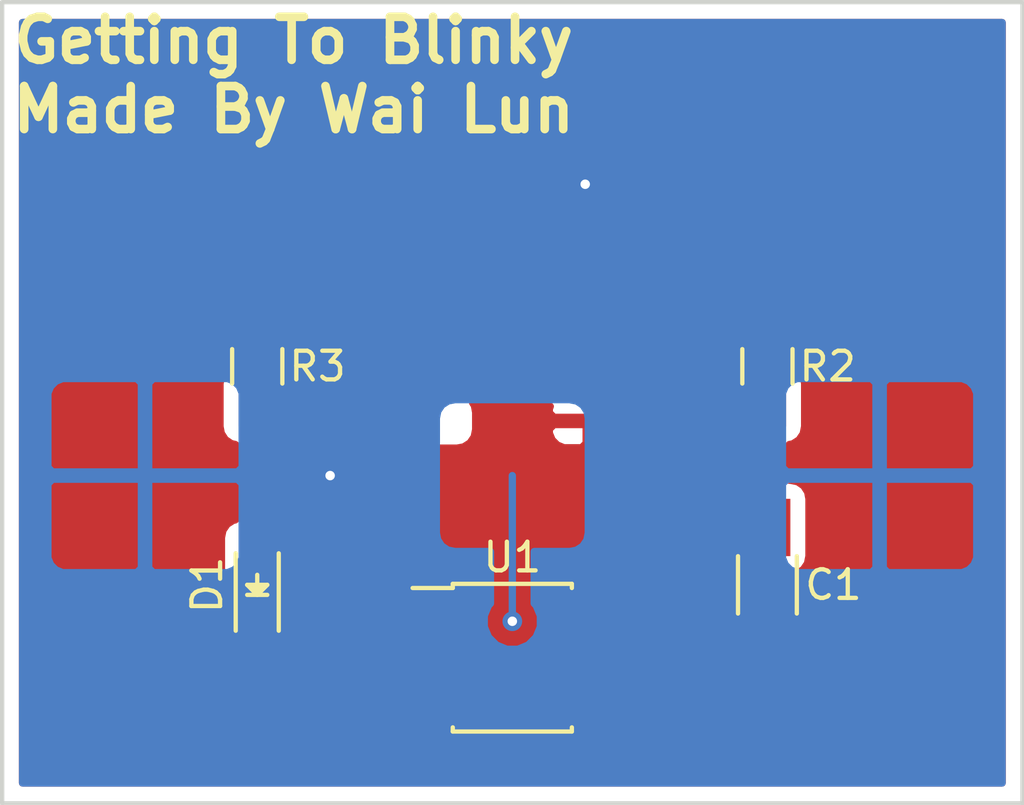
<source format=kicad_pcb>
(kicad_pcb (version 20171130) (host pcbnew "(5.1.5-0-10_14)")

  (general
    (thickness 1.6)
    (drawings 5)
    (tracks 25)
    (zones 0)
    (modules 5)
    (nets 7)
  )

  (page A4)
  (layers
    (0 F.Cu signal hide)
    (31 B.Cu signal hide)
    (32 B.Adhes user)
    (33 F.Adhes user)
    (34 B.Paste user)
    (35 F.Paste user)
    (36 B.SilkS user)
    (37 F.SilkS user)
    (38 B.Mask user)
    (39 F.Mask user)
    (40 Dwgs.User user)
    (41 Cmts.User user)
    (42 Eco1.User user)
    (43 Eco2.User user)
    (44 Edge.Cuts user)
    (45 Margin user)
    (46 B.CrtYd user)
    (47 F.CrtYd user)
    (48 B.Fab user)
    (49 F.Fab user)
  )

  (setup
    (last_trace_width 0.254)
    (trace_clearance 0.254)
    (zone_clearance 0.508)
    (zone_45_only no)
    (trace_min 0.1524)
    (via_size 0.6858)
    (via_drill 0.3302)
    (via_min_size 0.6858)
    (via_min_drill 0.3302)
    (uvia_size 0.3)
    (uvia_drill 0.1)
    (uvias_allowed no)
    (uvia_min_size 0.2)
    (uvia_min_drill 0.1)
    (edge_width 0.15)
    (segment_width 0.2)
    (pcb_text_width 0.3)
    (pcb_text_size 1.5 1.5)
    (mod_edge_width 0.15)
    (mod_text_size 1 1)
    (mod_text_width 0.15)
    (pad_size 1.524 1.524)
    (pad_drill 0.762)
    (pad_to_mask_clearance 0.2)
    (aux_axis_origin 0 0)
    (visible_elements FFFFFF7F)
    (pcbplotparams
      (layerselection 0x010f0_80000001)
      (usegerberextensions false)
      (usegerberattributes false)
      (usegerberadvancedattributes false)
      (creategerberjobfile false)
      (excludeedgelayer true)
      (linewidth 0.100000)
      (plotframeref false)
      (viasonmask false)
      (mode 1)
      (useauxorigin false)
      (hpglpennumber 1)
      (hpglpenspeed 20)
      (hpglpendiameter 15.000000)
      (psnegative false)
      (psa4output false)
      (plotreference true)
      (plotvalue false)
      (plotinvisibletext false)
      (padsonsilk false)
      (subtractmaskfromsilk true)
      (outputformat 1)
      (mirror false)
      (drillshape 0)
      (scaleselection 1)
      (outputdirectory "GERBERS/"))
  )

  (net 0 "")
  (net 1 "Net-(C1-Pad1)")
  (net 2 GND)
  (net 3 "Net-(D1-Pad2)")
  (net 4 /VDD)
  (net 5 "Net-(R1-Pad2)")
  (net 6 "Net-(R3-Pad1)")

  (net_class Default "This is the default net class."
    (clearance 0.254)
    (trace_width 0.254)
    (via_dia 0.6858)
    (via_drill 0.3302)
    (uvia_dia 0.3)
    (uvia_drill 0.1)
    (add_net /VDD)
    (add_net GND)
    (add_net "Net-(C1-Pad1)")
    (add_net "Net-(D1-Pad2)")
    (add_net "Net-(R1-Pad2)")
    (add_net "Net-(R3-Pad1)")
  )

  (module Capacitors_SMD:C_1206_HandSoldering (layer F.Cu) (tedit 57673C2A) (tstamp 57671AFF)
    (at 148.59 106.68 270)
    (descr "Capacitor SMD 1206, hand soldering")
    (tags "capacitor 1206")
    (path /576712EE)
    (attr smd)
    (fp_text reference C1 (at 0 -2.3) (layer F.SilkS)
      (effects (font (size 1 1) (thickness 0.15)))
    )
    (fp_text value 1uF (at 0 2.3 270) (layer F.Fab)
      (effects (font (size 1 1) (thickness 0.15)))
    )
    (fp_line (start -3.3 -1.15) (end 3.3 -1.15) (layer F.CrtYd) (width 0.05))
    (fp_line (start -3.3 1.15) (end 3.3 1.15) (layer F.CrtYd) (width 0.05))
    (fp_line (start -3.3 -1.15) (end -3.3 1.15) (layer F.CrtYd) (width 0.05))
    (fp_line (start 3.3 -1.15) (end 3.3 1.15) (layer F.CrtYd) (width 0.05))
    (fp_line (start 1 -1.025) (end -1 -1.025) (layer F.SilkS) (width 0.15))
    (fp_line (start -1 1.025) (end 1 1.025) (layer F.SilkS) (width 0.15))
    (pad 1 smd rect (at -2 0 270) (size 2 1.6) (layers F.Cu F.Paste F.Mask)
      (net 1 "Net-(C1-Pad1)"))
    (pad 2 smd rect (at 2 0 270) (size 2 1.6) (layers F.Cu F.Paste F.Mask)
      (net 2 GND))
    (model Capacitors_SMD.3dshapes/C_1206_HandSoldering.wrl
      (at (xyz 0 0 0))
      (scale (xyz 1 1 1))
      (rotate (xyz 0 0 0))
    )
  )

  (module LEDs:LED-0805 (layer F.Cu) (tedit 55BDE1C2) (tstamp 57671B05)
    (at 130.81 106.68 90)
    (descr "LED 0805 smd package")
    (tags "LED 0805 SMD")
    (path /5767138D)
    (attr smd)
    (fp_text reference D1 (at 0 -1.75 90) (layer F.SilkS)
      (effects (font (size 1 1) (thickness 0.15)))
    )
    (fp_text value LED (at 0 1.75 90) (layer F.Fab)
      (effects (font (size 1 1) (thickness 0.15)))
    )
    (fp_line (start -1.6 0.75) (end 1.1 0.75) (layer F.SilkS) (width 0.15))
    (fp_line (start -1.6 -0.75) (end 1.1 -0.75) (layer F.SilkS) (width 0.15))
    (fp_line (start -0.1 0.15) (end -0.1 -0.1) (layer F.SilkS) (width 0.15))
    (fp_line (start -0.1 -0.1) (end -0.25 0.05) (layer F.SilkS) (width 0.15))
    (fp_line (start -0.35 -0.35) (end -0.35 0.35) (layer F.SilkS) (width 0.15))
    (fp_line (start 0 0) (end 0.35 0) (layer F.SilkS) (width 0.15))
    (fp_line (start -0.35 0) (end 0 -0.35) (layer F.SilkS) (width 0.15))
    (fp_line (start 0 -0.35) (end 0 0.35) (layer F.SilkS) (width 0.15))
    (fp_line (start 0 0.35) (end -0.35 0) (layer F.SilkS) (width 0.15))
    (fp_line (start 1.9 -0.95) (end 1.9 0.95) (layer F.CrtYd) (width 0.05))
    (fp_line (start 1.9 0.95) (end -1.9 0.95) (layer F.CrtYd) (width 0.05))
    (fp_line (start -1.9 0.95) (end -1.9 -0.95) (layer F.CrtYd) (width 0.05))
    (fp_line (start -1.9 -0.95) (end 1.9 -0.95) (layer F.CrtYd) (width 0.05))
    (pad 2 smd rect (at 1.04902 0 270) (size 1.19888 1.19888) (layers F.Cu F.Paste F.Mask)
      (net 3 "Net-(D1-Pad2)"))
    (pad 1 smd rect (at -1.04902 0 270) (size 1.19888 1.19888) (layers F.Cu F.Paste F.Mask)
      (net 2 GND))
    (model LEDs.3dshapes/LED-0805.wrl
      (at (xyz 0 0 0))
      (scale (xyz 1 1 1))
      (rotate (xyz 0 0 0))
    )
  )

  (module Resistors_SMD:R_0805_HandSoldering (layer F.Cu) (tedit 57673C31) (tstamp 57671B11)
    (at 148.59 99.06 270)
    (descr "Resistor SMD 0805, hand soldering")
    (tags "resistor 0805")
    (path /576712C9)
    (attr smd)
    (fp_text reference R2 (at 0 -2.1) (layer F.SilkS)
      (effects (font (size 1 1) (thickness 0.15)))
    )
    (fp_text value 470K (at 0 2.1 270) (layer F.Fab)
      (effects (font (size 1 1) (thickness 0.15)))
    )
    (fp_line (start -2.4 -1) (end 2.4 -1) (layer F.CrtYd) (width 0.05))
    (fp_line (start -2.4 1) (end 2.4 1) (layer F.CrtYd) (width 0.05))
    (fp_line (start -2.4 -1) (end -2.4 1) (layer F.CrtYd) (width 0.05))
    (fp_line (start 2.4 -1) (end 2.4 1) (layer F.CrtYd) (width 0.05))
    (fp_line (start 0.6 0.875) (end -0.6 0.875) (layer F.SilkS) (width 0.15))
    (fp_line (start -0.6 -0.875) (end 0.6 -0.875) (layer F.SilkS) (width 0.15))
    (pad 1 smd rect (at -1.35 0 270) (size 1.5 1.3) (layers F.Cu F.Paste F.Mask)
      (net 5 "Net-(R1-Pad2)"))
    (pad 2 smd rect (at 1.35 0 270) (size 1.5 1.3) (layers F.Cu F.Paste F.Mask)
      (net 1 "Net-(C1-Pad1)"))
    (model Resistors_SMD.3dshapes/R_0805_HandSoldering.wrl
      (at (xyz 0 0 0))
      (scale (xyz 1 1 1))
      (rotate (xyz 0 0 0))
    )
  )

  (module Resistors_SMD:R_0805_HandSoldering (layer F.Cu) (tedit 57673C08) (tstamp 57671B17)
    (at 130.81 99.06 270)
    (descr "Resistor SMD 0805, hand soldering")
    (tags "resistor 0805")
    (path /5767133E)
    (attr smd)
    (fp_text reference R3 (at 0 -2.1) (layer F.SilkS)
      (effects (font (size 1 1) (thickness 0.15)))
    )
    (fp_text value 1K (at 0 2.1 270) (layer F.Fab)
      (effects (font (size 1 1) (thickness 0.15)))
    )
    (fp_line (start -2.4 -1) (end 2.4 -1) (layer F.CrtYd) (width 0.05))
    (fp_line (start -2.4 1) (end 2.4 1) (layer F.CrtYd) (width 0.05))
    (fp_line (start -2.4 -1) (end -2.4 1) (layer F.CrtYd) (width 0.05))
    (fp_line (start 2.4 -1) (end 2.4 1) (layer F.CrtYd) (width 0.05))
    (fp_line (start 0.6 0.875) (end -0.6 0.875) (layer F.SilkS) (width 0.15))
    (fp_line (start -0.6 -0.875) (end 0.6 -0.875) (layer F.SilkS) (width 0.15))
    (pad 1 smd rect (at -1.35 0 270) (size 1.5 1.3) (layers F.Cu F.Paste F.Mask)
      (net 6 "Net-(R3-Pad1)"))
    (pad 2 smd rect (at 1.35 0 270) (size 1.5 1.3) (layers F.Cu F.Paste F.Mask)
      (net 3 "Net-(D1-Pad2)"))
    (model Resistors_SMD.3dshapes/R_0805_HandSoldering.wrl
      (at (xyz 0 0 0))
      (scale (xyz 1 1 1))
      (rotate (xyz 0 0 0))
    )
  )

  (module Housings_SOIC:SOIC-8_3.9x4.9mm_Pitch1.27mm (layer F.Cu) (tedit 54130A77) (tstamp 57671B23)
    (at 139.7 109.22)
    (descr "8-Lead Plastic Small Outline (SN) - Narrow, 3.90 mm Body [SOIC] (see Microchip Packaging Specification 00000049BS.pdf)")
    (tags "SOIC 1.27")
    (path /576711A7)
    (attr smd)
    (fp_text reference U1 (at 0 -3.5) (layer F.SilkS)
      (effects (font (size 1 1) (thickness 0.15)))
    )
    (fp_text value 7555 (at 0 3.5) (layer F.Fab)
      (effects (font (size 1 1) (thickness 0.15)))
    )
    (fp_line (start -3.75 -2.75) (end -3.75 2.75) (layer F.CrtYd) (width 0.05))
    (fp_line (start 3.75 -2.75) (end 3.75 2.75) (layer F.CrtYd) (width 0.05))
    (fp_line (start -3.75 -2.75) (end 3.75 -2.75) (layer F.CrtYd) (width 0.05))
    (fp_line (start -3.75 2.75) (end 3.75 2.75) (layer F.CrtYd) (width 0.05))
    (fp_line (start -2.075 -2.575) (end -2.075 -2.43) (layer F.SilkS) (width 0.15))
    (fp_line (start 2.075 -2.575) (end 2.075 -2.43) (layer F.SilkS) (width 0.15))
    (fp_line (start 2.075 2.575) (end 2.075 2.43) (layer F.SilkS) (width 0.15))
    (fp_line (start -2.075 2.575) (end -2.075 2.43) (layer F.SilkS) (width 0.15))
    (fp_line (start -2.075 -2.575) (end 2.075 -2.575) (layer F.SilkS) (width 0.15))
    (fp_line (start -2.075 2.575) (end 2.075 2.575) (layer F.SilkS) (width 0.15))
    (fp_line (start -2.075 -2.43) (end -3.475 -2.43) (layer F.SilkS) (width 0.15))
    (pad 1 smd rect (at -2.7 -1.905) (size 1.55 0.6) (layers F.Cu F.Paste F.Mask)
      (net 2 GND))
    (pad 2 smd rect (at -2.7 -0.635) (size 1.55 0.6) (layers F.Cu F.Paste F.Mask)
      (net 1 "Net-(C1-Pad1)"))
    (pad 3 smd rect (at -2.7 0.635) (size 1.55 0.6) (layers F.Cu F.Paste F.Mask)
      (net 6 "Net-(R3-Pad1)"))
    (pad 4 smd rect (at -2.7 1.905) (size 1.55 0.6) (layers F.Cu F.Paste F.Mask)
      (net 4 /VDD))
    (pad 5 smd rect (at 2.7 1.905) (size 1.55 0.6) (layers F.Cu F.Paste F.Mask)
      (net 2 GND))
    (pad 6 smd rect (at 2.7 0.635) (size 1.55 0.6) (layers F.Cu F.Paste F.Mask)
      (net 1 "Net-(C1-Pad1)"))
    (pad 7 smd rect (at 2.7 -0.635) (size 1.55 0.6) (layers F.Cu F.Paste F.Mask)
      (net 5 "Net-(R1-Pad2)"))
    (pad 8 smd rect (at 2.7 -1.905) (size 1.55 0.6) (layers F.Cu F.Paste F.Mask)
      (net 4 /VDD))
    (model Housings_SOIC.3dshapes/SOIC-8_3.9x4.9mm_Pitch1.27mm.wrl
      (at (xyz 0 0 0))
      (scale (xyz 1 1 1))
      (rotate (xyz 0 0 0))
    )
  )

  (gr_text "Getting To Blinky\nMade By Wai Lun" (at 132.08 88.9) (layer F.SilkS)
    (effects (font (size 1.5 1.5) (thickness 0.3)))
  )
  (gr_line (start 157.48 114.3) (end 121.92 114.3) (angle 90) (layer Edge.Cuts) (width 0.15))
  (gr_line (start 157.48 86.36) (end 157.48 114.3) (angle 90) (layer Edge.Cuts) (width 0.15))
  (gr_line (start 121.92 86.36) (end 157.48 86.36) (angle 90) (layer Edge.Cuts) (width 0.15))
  (gr_line (start 121.92 114.3) (end 121.92 86.36) (angle 90) (layer Edge.Cuts) (width 0.15))

  (segment (start 137 98.425) (end 139.065 98.425) (width 0.254) (layer F.Cu) (net 1))
  (segment (start 139.065 98.425) (end 140.335 99.695) (width 0.254) (layer F.Cu) (net 1) (tstamp 57673B13))
  (segment (start 148.59 100.41) (end 147.4 100.41) (width 0.254) (layer F.Cu) (net 1))
  (segment (start 146.685 99.695) (end 142.4 99.695) (width 0.254) (layer F.Cu) (net 1) (tstamp 57673B3B))
  (segment (start 147.4 100.41) (end 146.685 99.695) (width 0.254) (layer F.Cu) (net 1) (tstamp 57673B34))
  (segment (start 140.335 99.695) (end 142.4 99.695) (width 0.254) (layer F.Cu) (net 1) (tstamp 57673B17))
  (segment (start 148.59 100.41) (end 148.59 104.68) (width 0.254) (layer F.Cu) (net 1))
  (segment (start 139.7 102.87) (end 139.7 107.95) (width 0.254) (layer B.Cu) (net 2))
  (via (at 139.7 107.95) (size 0.6858) (drill 0.3302) (layers F.Cu B.Cu) (net 2))
  (segment (start 130.81 100.41) (end 130.81 105.63098) (width 0.254) (layer F.Cu) (net 3))
  (segment (start 142.4 97.155) (end 142.4 92.87) (width 0.254) (layer F.Cu) (net 4))
  (via (at 142.24 92.71) (size 0.6858) (drill 0.3302) (layers F.Cu B.Cu) (net 4))
  (segment (start 142.4 92.87) (end 142.24 92.71) (width 0.254) (layer F.Cu) (net 4) (tstamp 57673A91))
  (segment (start 142.4 97.155) (end 142.4 96.36) (width 0.254) (layer F.Cu) (net 4))
  (segment (start 147.4 91.36) (end 148.59 91.36) (width 0.254) (layer F.Cu) (net 4) (tstamp 576738F0))
  (segment (start 142.4 96.36) (end 147.4 91.36) (width 0.254) (layer F.Cu) (net 4) (tstamp 576738EE))
  (segment (start 137 100.965) (end 136.525 100.965) (width 0.254) (layer F.Cu) (net 4))
  (segment (start 136.525 100.965) (end 133.35 102.87) (width 0.254) (layer F.Cu) (net 4) (tstamp 57673AE7))
  (via (at 133.35 102.87) (size 0.6858) (drill 0.3302) (layers F.Cu B.Cu) (net 4))
  (segment (start 142.4 98.425) (end 147.875 98.425) (width 0.254) (layer F.Cu) (net 5))
  (segment (start 147.875 98.425) (end 148.59 97.71) (width 0.254) (layer F.Cu) (net 5) (tstamp 576738F6))
  (segment (start 148.59 94.06) (end 148.59 97.71) (width 0.254) (layer F.Cu) (net 5))
  (segment (start 137 99.695) (end 135.255 99.695) (width 0.254) (layer F.Cu) (net 6))
  (segment (start 133.27 97.71) (end 130.81 97.71) (width 0.254) (layer F.Cu) (net 6) (tstamp 5767390D))
  (segment (start 135.255 99.695) (end 133.27 97.71) (width 0.254) (layer F.Cu) (net 6) (tstamp 5767390B))

  (zone (net 2) (net_name GND) (layer F.Cu) (tstamp 5767393A) (hatch edge 0.508)
    (connect_pads (clearance 0.508))
    (min_thickness 0.254)
    (fill yes (arc_segments 16) (thermal_gap 0.508) (thermal_bridge_width 0.508))
    (polygon
      (pts
        (xy 157.48 114.3) (xy 121.92 114.3) (xy 121.92 86.36) (xy 157.48 86.36) (xy 157.48 114.3)
      )
    )
    (filled_polygon
      (pts
        (xy 156.77 113.59) (xy 122.63 113.59) (xy 122.63 108.96575) (xy 147.155 108.96575) (xy 147.155 109.806309)
        (xy 147.251673 110.039698) (xy 147.430301 110.218327) (xy 147.66369 110.315) (xy 148.30425 110.315) (xy 148.463 110.15625)
        (xy 148.463 108.807) (xy 148.717 108.807) (xy 148.717 110.15625) (xy 148.87575 110.315) (xy 149.51631 110.315)
        (xy 149.749699 110.218327) (xy 149.928327 110.039698) (xy 150.025 109.806309) (xy 150.025 108.96575) (xy 149.86625 108.807)
        (xy 148.717 108.807) (xy 148.463 108.807) (xy 147.31375 108.807) (xy 147.155 108.96575) (xy 122.63 108.96575)
        (xy 122.63 108.01477) (xy 129.57556 108.01477) (xy 129.57556 108.454769) (xy 129.672233 108.688158) (xy 129.850861 108.866787)
        (xy 130.08425 108.96346) (xy 130.52425 108.96346) (xy 130.683 108.80471) (xy 130.683 107.85602) (xy 130.937 107.85602)
        (xy 130.937 108.80471) (xy 131.09575 108.96346) (xy 131.53575 108.96346) (xy 131.769139 108.866787) (xy 131.947767 108.688158)
        (xy 132.04444 108.454769) (xy 132.04444 108.01477) (xy 131.88569 107.85602) (xy 130.937 107.85602) (xy 130.683 107.85602)
        (xy 129.73431 107.85602) (xy 129.57556 108.01477) (xy 122.63 108.01477) (xy 122.63 96.96) (xy 129.51256 96.96)
        (xy 129.51256 98.46) (xy 129.556838 98.695317) (xy 129.69591 98.911441) (xy 129.90811 99.056431) (xy 129.921197 99.059081)
        (xy 129.708559 99.19591) (xy 129.563569 99.40811) (xy 129.51256 99.66) (xy 129.51256 101.16) (xy 129.556838 101.395317)
        (xy 129.69591 101.611441) (xy 129.90811 101.756431) (xy 130.048 101.784759) (xy 130.048 104.414688) (xy 129.975243 104.428378)
        (xy 129.759119 104.56745) (xy 129.614129 104.77965) (xy 129.56312 105.03154) (xy 129.56312 106.23042) (xy 129.607398 106.465737)
        (xy 129.74647 106.681861) (xy 129.754659 106.687456) (xy 129.672233 106.769882) (xy 129.57556 107.003271) (xy 129.57556 107.44327)
        (xy 129.73431 107.60202) (xy 130.683 107.60202) (xy 130.683 107.58202) (xy 130.937 107.58202) (xy 130.937 107.60202)
        (xy 131.88569 107.60202) (xy 131.934019 107.553691) (xy 147.155 107.553691) (xy 147.155 108.39425) (xy 147.31375 108.553)
        (xy 148.463 108.553) (xy 148.463 107.20375) (xy 148.717 107.20375) (xy 148.717 108.553) (xy 149.86625 108.553)
        (xy 150.025 108.39425) (xy 150.025 107.553691) (xy 149.928327 107.320302) (xy 149.749699 107.141673) (xy 149.51631 107.045)
        (xy 148.87575 107.045) (xy 148.717 107.20375) (xy 148.463 107.20375) (xy 148.30425 107.045) (xy 147.66369 107.045)
        (xy 147.430301 107.141673) (xy 147.251673 107.320302) (xy 147.155 107.553691) (xy 131.934019 107.553691) (xy 132.04444 107.44327)
        (xy 132.04444 107.003271) (xy 131.947767 106.769882) (xy 131.865555 106.687669) (xy 132.005871 106.48231) (xy 132.05688 106.23042)
        (xy 132.05688 105.03154) (xy 132.012602 104.796223) (xy 131.87353 104.580099) (xy 131.66133 104.435109) (xy 131.572 104.417019)
        (xy 131.572 101.786366) (xy 131.695317 101.763162) (xy 131.911441 101.62409) (xy 132.056431 101.41189) (xy 132.10744 101.16)
        (xy 132.10744 99.66) (xy 132.063162 99.424683) (xy 131.92409 99.208559) (xy 131.71189 99.063569) (xy 131.698803 99.060919)
        (xy 131.911441 98.92409) (xy 132.056431 98.71189) (xy 132.10501 98.472) (xy 132.95437 98.472) (xy 134.716185 100.233815)
        (xy 134.963395 100.398996) (xy 135.255 100.457) (xy 135.619681 100.457) (xy 135.58221 100.642037) (xy 133.498556 101.892229)
        (xy 133.156337 101.891931) (xy 132.796788 102.040493) (xy 132.52146 102.315341) (xy 132.37227 102.67463) (xy 132.371931 103.063663)
        (xy 132.520493 103.423212) (xy 132.795341 103.69854) (xy 133.15463 103.84773) (xy 133.543663 103.848069) (xy 133.903212 103.699507)
        (xy 134.17854 103.424659) (xy 134.268762 103.20738) (xy 136.426995 101.91244) (xy 137.775 101.91244) (xy 138.010317 101.868162)
        (xy 138.226441 101.72909) (xy 138.371431 101.51689) (xy 138.42244 101.265) (xy 138.42244 101.25075) (xy 140.99 101.25075)
        (xy 140.99 101.39131) (xy 141.086673 101.624699) (xy 141.265302 101.803327) (xy 141.498691 101.9) (xy 142.11425 101.9)
        (xy 142.273 101.74125) (xy 142.273 101.092) (xy 142.527 101.092) (xy 142.527 101.74125) (xy 142.68575 101.9)
        (xy 143.301309 101.9) (xy 143.534698 101.803327) (xy 143.713327 101.624699) (xy 143.81 101.39131) (xy 143.81 101.25075)
        (xy 143.65125 101.092) (xy 142.527 101.092) (xy 142.273 101.092) (xy 141.14875 101.092) (xy 140.99 101.25075)
        (xy 138.42244 101.25075) (xy 138.42244 100.665) (xy 138.378162 100.429683) (xy 138.314322 100.330472) (xy 138.371431 100.24689)
        (xy 138.42244 99.995) (xy 138.42244 99.395) (xy 138.383302 99.187) (xy 138.74937 99.187) (xy 139.796184 100.233815)
        (xy 139.97418 100.352748) (xy 140.043395 100.398996) (xy 140.335 100.457) (xy 141.023837 100.457) (xy 140.99 100.53869)
        (xy 140.99 100.67925) (xy 141.14875 100.838) (xy 142.273 100.838) (xy 142.273 100.818) (xy 142.527 100.818)
        (xy 142.527 100.838) (xy 143.65125 100.838) (xy 143.81 100.67925) (xy 143.81 100.53869) (xy 143.776163 100.457)
        (xy 146.36937 100.457) (xy 146.861185 100.948816) (xy 147.009377 101.047834) (xy 147.108395 101.113996) (xy 147.29256 101.150629)
        (xy 147.29256 101.16) (xy 147.336838 101.395317) (xy 147.47591 101.611441) (xy 147.68811 101.756431) (xy 147.828 101.784759)
        (xy 147.828 103.03256) (xy 147.79 103.03256) (xy 147.554683 103.076838) (xy 147.338559 103.21591) (xy 147.193569 103.42811)
        (xy 147.14256 103.68) (xy 147.14256 105.68) (xy 147.186838 105.915317) (xy 147.32591 106.131441) (xy 147.53811 106.276431)
        (xy 147.79 106.32744) (xy 149.39 106.32744) (xy 149.625317 106.283162) (xy 149.841441 106.14409) (xy 149.986431 105.93189)
        (xy 150.03744 105.68) (xy 150.03744 103.68) (xy 149.993162 103.444683) (xy 149.85409 103.228559) (xy 149.64189 103.083569)
        (xy 149.39 103.03256) (xy 149.352 103.03256) (xy 149.352 101.786366) (xy 149.475317 101.763162) (xy 149.691441 101.62409)
        (xy 149.836431 101.41189) (xy 149.88744 101.16) (xy 149.88744 99.66) (xy 149.843162 99.424683) (xy 149.70409 99.208559)
        (xy 149.49189 99.063569) (xy 149.478803 99.060919) (xy 149.691441 98.92409) (xy 149.836431 98.71189) (xy 149.88744 98.46)
        (xy 149.88744 96.96) (xy 149.843162 96.724683) (xy 149.70409 96.508559) (xy 149.49189 96.363569) (xy 149.352 96.335241)
        (xy 149.352 95.436366) (xy 149.475317 95.413162) (xy 149.691441 95.27409) (xy 149.836431 95.06189) (xy 149.88744 94.81)
        (xy 149.88744 93.31) (xy 149.843162 93.074683) (xy 149.70409 92.858559) (xy 149.49189 92.713569) (xy 149.478803 92.710919)
        (xy 149.691441 92.57409) (xy 149.836431 92.36189) (xy 149.88744 92.11) (xy 149.88744 90.61) (xy 149.843162 90.374683)
        (xy 149.70409 90.158559) (xy 149.49189 90.013569) (xy 149.24 89.96256) (xy 147.94 89.96256) (xy 147.704683 90.006838)
        (xy 147.488559 90.14591) (xy 147.343569 90.35811) (xy 147.29256 90.61) (xy 147.29256 90.619371) (xy 147.108395 90.656004)
        (xy 147.009377 90.722166) (xy 146.861185 90.821184) (xy 143.162 94.52037) (xy 143.162 93.039583) (xy 143.21773 92.90537)
        (xy 143.218069 92.516337) (xy 143.069507 92.156788) (xy 142.794659 91.88146) (xy 142.43537 91.73227) (xy 142.046337 91.731931)
        (xy 141.686788 91.880493) (xy 141.41146 92.155341) (xy 141.26227 92.51463) (xy 141.261931 92.903663) (xy 141.410493 93.263212)
        (xy 141.638 93.491116) (xy 141.638 96.20756) (xy 141.625 96.20756) (xy 141.389683 96.251838) (xy 141.173559 96.39091)
        (xy 141.028569 96.60311) (xy 140.97756 96.855) (xy 140.97756 97.455) (xy 141.021838 97.690317) (xy 141.085678 97.789528)
        (xy 141.028569 97.87311) (xy 140.97756 98.125) (xy 140.97756 98.725) (xy 141.016698 98.933) (xy 140.650631 98.933)
        (xy 139.603815 97.886185) (xy 139.496829 97.814699) (xy 139.356605 97.721004) (xy 139.065 97.663) (xy 138.376163 97.663)
        (xy 138.41 97.58131) (xy 138.41 97.44075) (xy 138.25125 97.282) (xy 137.127 97.282) (xy 137.127 97.302)
        (xy 136.873 97.302) (xy 136.873 97.282) (xy 135.74875 97.282) (xy 135.59 97.44075) (xy 135.59 97.58131)
        (xy 135.679806 97.798122) (xy 135.628569 97.87311) (xy 135.57756 98.125) (xy 135.57756 98.725) (xy 135.616698 98.933)
        (xy 135.57063 98.933) (xy 133.808814 97.171184) (xy 133.561605 97.006004) (xy 133.27 96.948) (xy 132.105182 96.948)
        (xy 132.063916 96.72869) (xy 135.59 96.72869) (xy 135.59 96.86925) (xy 135.74875 97.028) (xy 136.873 97.028)
        (xy 136.873 96.37875) (xy 137.127 96.37875) (xy 137.127 97.028) (xy 138.25125 97.028) (xy 138.41 96.86925)
        (xy 138.41 96.72869) (xy 138.313327 96.495301) (xy 138.134698 96.316673) (xy 137.901309 96.22) (xy 137.28575 96.22)
        (xy 137.127 96.37875) (xy 136.873 96.37875) (xy 136.71425 96.22) (xy 136.098691 96.22) (xy 135.865302 96.316673)
        (xy 135.686673 96.495301) (xy 135.59 96.72869) (xy 132.063916 96.72869) (xy 132.063162 96.724683) (xy 131.92409 96.508559)
        (xy 131.71189 96.363569) (xy 131.46 96.31256) (xy 130.16 96.31256) (xy 129.924683 96.356838) (xy 129.708559 96.49591)
        (xy 129.563569 96.70811) (xy 129.51256 96.96) (xy 122.63 96.96) (xy 122.63 87.07) (xy 156.77 87.07)
      )
    )
  )
  (zone (net 4) (net_name /VDD) (layer B.Cu) (tstamp 5767398D) (hatch edge 0.508)
    (connect_pads (clearance 0.508))
    (min_thickness 0.254)
    (fill yes (arc_segments 16) (thermal_gap 0.508) (thermal_bridge_width 0.508))
    (polygon
      (pts
        (xy 157.48 114.3) (xy 121.92 114.3) (xy 121.92 86.36) (xy 157.48 86.36) (xy 157.48 114.3)
      )
    )
    (filled_polygon
      (pts
        (xy 156.77 113.59) (xy 122.63 113.59) (xy 122.63 103.15575) (xy 123.515 103.15575) (xy 123.515 105.74631)
        (xy 123.611673 105.979699) (xy 123.790302 106.158327) (xy 124.023691 106.255) (xy 126.61425 106.255) (xy 126.773 106.09625)
        (xy 126.773 102.997) (xy 127.027 102.997) (xy 127.027 106.09625) (xy 127.18575 106.255) (xy 129.776309 106.255)
        (xy 130.009698 106.158327) (xy 130.188327 105.979699) (xy 130.285 105.74631) (xy 130.285 103.15575) (xy 130.12625 102.997)
        (xy 127.027 102.997) (xy 126.773 102.997) (xy 123.67375 102.997) (xy 123.515 103.15575) (xy 122.63 103.15575)
        (xy 122.63 99.99369) (xy 123.515 99.99369) (xy 123.515 102.58425) (xy 123.67375 102.743) (xy 126.773 102.743)
        (xy 126.773 99.64375) (xy 127.027 99.64375) (xy 127.027 102.743) (xy 130.12625 102.743) (xy 130.285 102.58425)
        (xy 130.285 100.87) (xy 137.05256 100.87) (xy 137.05256 104.87) (xy 137.096838 105.105317) (xy 137.23591 105.321441)
        (xy 137.44811 105.466431) (xy 137.7 105.51744) (xy 138.938 105.51744) (xy 138.938 107.328917) (xy 138.87146 107.395341)
        (xy 138.72227 107.75463) (xy 138.721931 108.143663) (xy 138.870493 108.503212) (xy 139.145341 108.77854) (xy 139.50463 108.92773)
        (xy 139.893663 108.928069) (xy 140.253212 108.779507) (xy 140.52854 108.504659) (xy 140.67773 108.14537) (xy 140.678069 107.756337)
        (xy 140.529507 107.396788) (xy 140.462 107.329163) (xy 140.462 105.51744) (xy 141.7 105.51744) (xy 141.935317 105.473162)
        (xy 142.151441 105.33409) (xy 142.296431 105.12189) (xy 142.34744 104.87) (xy 142.34744 103.15575) (xy 149.115 103.15575)
        (xy 149.115 105.74631) (xy 149.211673 105.979699) (xy 149.390302 106.158327) (xy 149.623691 106.255) (xy 152.21425 106.255)
        (xy 152.373 106.09625) (xy 152.373 102.997) (xy 152.627 102.997) (xy 152.627 106.09625) (xy 152.78575 106.255)
        (xy 155.376309 106.255) (xy 155.609698 106.158327) (xy 155.788327 105.979699) (xy 155.885 105.74631) (xy 155.885 103.15575)
        (xy 155.72625 102.997) (xy 152.627 102.997) (xy 152.373 102.997) (xy 149.27375 102.997) (xy 149.115 103.15575)
        (xy 142.34744 103.15575) (xy 142.34744 100.87) (xy 142.303162 100.634683) (xy 142.16409 100.418559) (xy 141.95189 100.273569)
        (xy 141.7 100.22256) (xy 137.7 100.22256) (xy 137.464683 100.266838) (xy 137.248559 100.40591) (xy 137.103569 100.61811)
        (xy 137.05256 100.87) (xy 130.285 100.87) (xy 130.285 99.99369) (xy 149.115 99.99369) (xy 149.115 102.58425)
        (xy 149.27375 102.743) (xy 152.373 102.743) (xy 152.373 99.64375) (xy 152.627 99.64375) (xy 152.627 102.743)
        (xy 155.72625 102.743) (xy 155.885 102.58425) (xy 155.885 99.99369) (xy 155.788327 99.760301) (xy 155.609698 99.581673)
        (xy 155.376309 99.485) (xy 152.78575 99.485) (xy 152.627 99.64375) (xy 152.373 99.64375) (xy 152.21425 99.485)
        (xy 149.623691 99.485) (xy 149.390302 99.581673) (xy 149.211673 99.760301) (xy 149.115 99.99369) (xy 130.285 99.99369)
        (xy 130.188327 99.760301) (xy 130.009698 99.581673) (xy 129.776309 99.485) (xy 127.18575 99.485) (xy 127.027 99.64375)
        (xy 126.773 99.64375) (xy 126.61425 99.485) (xy 124.023691 99.485) (xy 123.790302 99.581673) (xy 123.611673 99.760301)
        (xy 123.515 99.99369) (xy 122.63 99.99369) (xy 122.63 87.07) (xy 156.77 87.07)
      )
    )
  )
)

</source>
